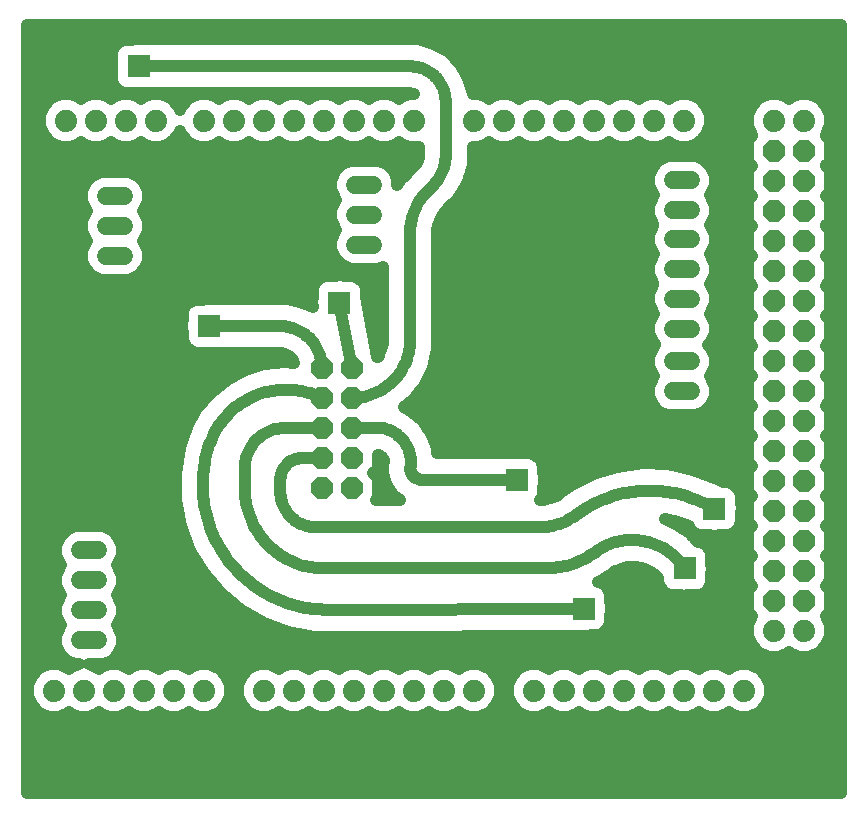
<source format=gtl>
G75*
%MOIN*%
%OFA0B0*%
%FSLAX24Y24*%
%IPPOS*%
%LPD*%
%AMOC8*
5,1,8,0,0,1.08239X$1,22.5*
%
%ADD10C,0.0600*%
%ADD11OC8,0.0720*%
%ADD12C,0.0740*%
%ADD13OC8,0.0740*%
%ADD14R,0.0760X0.0760*%
%ADD15C,0.0400*%
D10*
X010815Y006363D02*
X011415Y006363D01*
X011415Y007363D02*
X010815Y007363D01*
X010815Y008363D02*
X011415Y008363D01*
X011415Y009363D02*
X010815Y009363D01*
X011677Y019182D02*
X012277Y019182D01*
X012277Y020182D02*
X011677Y020182D01*
X011677Y021182D02*
X012277Y021182D01*
X019988Y021556D02*
X020588Y021556D01*
X020588Y020556D02*
X019988Y020556D01*
X019988Y019556D02*
X020588Y019556D01*
X030575Y019729D02*
X031175Y019729D01*
X031175Y020698D02*
X030575Y020698D01*
X030575Y021698D02*
X031175Y021698D01*
X031175Y018729D02*
X030575Y018729D01*
X030575Y017761D02*
X031175Y017761D01*
X031175Y016761D02*
X030575Y016761D01*
X030575Y015666D02*
X031175Y015666D01*
X031175Y014666D02*
X030575Y014666D01*
D11*
X019875Y014444D03*
X019875Y015444D03*
X018875Y015444D03*
X018875Y014444D03*
X018875Y013444D03*
X019875Y013444D03*
X019875Y012444D03*
X018875Y012444D03*
X018875Y011444D03*
X019875Y011444D03*
D12*
X019938Y004694D03*
X020938Y004694D03*
X021938Y004694D03*
X022938Y004694D03*
X023938Y004694D03*
X025938Y004694D03*
X026938Y004694D03*
X027938Y004694D03*
X028938Y004694D03*
X029938Y004694D03*
X030938Y004694D03*
X031938Y004694D03*
X032938Y004694D03*
X033938Y006694D03*
X034938Y006694D03*
X018938Y004694D03*
X017938Y004694D03*
X016938Y004694D03*
X014938Y004694D03*
X013938Y004694D03*
X012938Y004694D03*
X011938Y004694D03*
X010938Y004694D03*
X009938Y004694D03*
X010338Y023694D03*
X011338Y023694D03*
X012338Y023694D03*
X013338Y023694D03*
X014938Y023694D03*
X015938Y023694D03*
X016938Y023694D03*
X017938Y023694D03*
X018938Y023694D03*
X019938Y023694D03*
X020938Y023694D03*
X021938Y023694D03*
X023938Y023694D03*
X024938Y023694D03*
X025938Y023694D03*
X026938Y023694D03*
X027938Y023694D03*
X028938Y023694D03*
X029938Y023694D03*
X030938Y023694D03*
X033938Y023694D03*
X034938Y023694D03*
D13*
X034938Y022694D03*
X033938Y022694D03*
X033938Y021694D03*
X034938Y021694D03*
X034938Y020694D03*
X033938Y020694D03*
X033938Y019694D03*
X034938Y019694D03*
X034938Y018694D03*
X033938Y018694D03*
X033938Y017694D03*
X034938Y017694D03*
X034938Y016694D03*
X033938Y016694D03*
X033938Y015694D03*
X034938Y015694D03*
X034938Y014694D03*
X033938Y014694D03*
X033938Y013694D03*
X034938Y013694D03*
X034938Y012694D03*
X033938Y012694D03*
X033938Y011694D03*
X034938Y011694D03*
X034938Y010694D03*
X033938Y010694D03*
X033938Y009694D03*
X034938Y009694D03*
X034938Y008694D03*
X033938Y008694D03*
X033938Y007694D03*
X034938Y007694D03*
D14*
X030966Y008765D03*
X031950Y010749D03*
X027607Y007426D03*
X025363Y011717D03*
X019458Y017623D03*
X015127Y016835D03*
X012765Y025497D03*
D15*
X009034Y026865D02*
X009034Y001294D01*
X036181Y001294D01*
X036181Y026865D01*
X009034Y026865D01*
X009034Y026596D02*
X036181Y026596D01*
X036181Y026198D02*
X022722Y026198D01*
X022623Y026255D02*
X022623Y026255D01*
X022094Y026397D01*
X012586Y026397D01*
X012537Y026377D01*
X012285Y026377D01*
X012102Y026301D01*
X011961Y026160D01*
X011885Y025976D01*
X011885Y025724D01*
X011865Y025676D01*
X011865Y025318D01*
X011885Y025270D01*
X011885Y025017D01*
X011961Y024834D01*
X012102Y024693D01*
X012285Y024617D01*
X012537Y024617D01*
X012586Y024597D01*
X021820Y024597D01*
X021857Y024594D01*
X021927Y024575D01*
X021948Y024564D01*
X021765Y024564D01*
X021445Y024431D01*
X021438Y024424D01*
X021431Y024431D01*
X021111Y024564D01*
X020765Y024564D01*
X020445Y024431D01*
X020438Y024424D01*
X020431Y024431D01*
X020111Y024564D01*
X019765Y024564D01*
X019445Y024431D01*
X019438Y024424D01*
X019431Y024431D01*
X019111Y024564D01*
X018765Y024564D01*
X018445Y024431D01*
X018438Y024424D01*
X018431Y024431D01*
X018111Y024564D01*
X017765Y024564D01*
X017445Y024431D01*
X017438Y024424D01*
X017431Y024431D01*
X017111Y024564D01*
X016765Y024564D01*
X016445Y024431D01*
X016438Y024424D01*
X016431Y024431D01*
X016111Y024564D01*
X015765Y024564D01*
X015445Y024431D01*
X015438Y024424D01*
X015431Y024431D01*
X015111Y024564D01*
X014765Y024564D01*
X014445Y024431D01*
X014200Y024187D01*
X014138Y024036D01*
X014076Y024187D01*
X013831Y024431D01*
X013511Y024564D01*
X013165Y024564D01*
X012845Y024431D01*
X012838Y024424D01*
X012831Y024431D01*
X012511Y024564D01*
X012165Y024564D01*
X011845Y024431D01*
X011838Y024424D01*
X011831Y024431D01*
X011511Y024564D01*
X011165Y024564D01*
X010845Y024431D01*
X010838Y024424D01*
X010831Y024431D01*
X010511Y024564D01*
X010165Y024564D01*
X009845Y024431D01*
X009600Y024187D01*
X009468Y023867D01*
X009468Y023521D01*
X009600Y023201D01*
X009845Y022956D01*
X010165Y022824D01*
X010511Y022824D01*
X010831Y022956D01*
X010838Y022963D01*
X010845Y022956D01*
X011165Y022824D01*
X011511Y022824D01*
X011831Y022956D01*
X011838Y022963D01*
X011845Y022956D01*
X012165Y022824D01*
X012511Y022824D01*
X012831Y022956D01*
X012838Y022963D01*
X012845Y022956D01*
X013165Y022824D01*
X013511Y022824D01*
X013831Y022956D01*
X014076Y023201D01*
X014138Y023352D01*
X014200Y023201D01*
X014445Y022956D01*
X014765Y022824D01*
X015111Y022824D01*
X015431Y022956D01*
X015438Y022963D01*
X015445Y022956D01*
X015765Y022824D01*
X016111Y022824D01*
X016431Y022956D01*
X016438Y022963D01*
X016445Y022956D01*
X016765Y022824D01*
X017111Y022824D01*
X017431Y022956D01*
X017438Y022963D01*
X017445Y022956D01*
X017765Y022824D01*
X018111Y022824D01*
X018431Y022956D01*
X018438Y022963D01*
X018445Y022956D01*
X018765Y022824D01*
X019111Y022824D01*
X019431Y022956D01*
X019438Y022963D01*
X019445Y022956D01*
X019765Y022824D01*
X020111Y022824D01*
X020431Y022956D01*
X020438Y022963D01*
X020445Y022956D01*
X020765Y022824D01*
X021111Y022824D01*
X021431Y022956D01*
X021438Y022963D01*
X021445Y022956D01*
X021765Y022824D01*
X022101Y022824D01*
X022101Y022510D01*
X022097Y022452D01*
X022067Y022340D01*
X022009Y022240D01*
X021971Y022196D01*
X021883Y022108D01*
X021844Y022070D01*
X021633Y021859D01*
X021560Y021786D01*
X021388Y021528D01*
X021388Y021715D01*
X021267Y022009D01*
X021042Y022234D01*
X020748Y022356D01*
X019829Y022356D01*
X019535Y022234D01*
X019310Y022009D01*
X019188Y021715D01*
X019188Y021397D01*
X019310Y021103D01*
X019357Y021056D01*
X019310Y021009D01*
X019188Y020715D01*
X019188Y020397D01*
X019310Y020103D01*
X019357Y020056D01*
X019310Y020009D01*
X019188Y019715D01*
X019188Y019397D01*
X019310Y019103D01*
X019535Y018878D01*
X019829Y018756D01*
X020748Y018756D01*
X020920Y018827D01*
X020920Y016389D01*
X020913Y016272D01*
X020861Y016043D01*
X020760Y015833D01*
X020734Y015801D01*
X020720Y015815D01*
X020338Y017813D01*
X020338Y018102D01*
X020262Y018286D01*
X020121Y018427D01*
X019937Y018503D01*
X019646Y018503D01*
X019464Y018540D01*
X019268Y018503D01*
X018978Y018503D01*
X018794Y018427D01*
X018654Y018286D01*
X018578Y018102D01*
X018578Y017812D01*
X018540Y017629D01*
X018571Y017465D01*
X018249Y017621D01*
X017747Y017735D01*
X014948Y017735D01*
X014900Y017715D01*
X014648Y017715D01*
X014464Y017639D01*
X014323Y017499D01*
X014247Y017315D01*
X014247Y017063D01*
X014227Y017014D01*
X014227Y016656D01*
X014247Y016608D01*
X014247Y016356D01*
X014323Y016172D01*
X014464Y016032D01*
X014648Y015955D01*
X014900Y015955D01*
X014948Y015935D01*
X017489Y015935D01*
X017544Y015932D01*
X017650Y015908D01*
X017748Y015861D01*
X017833Y015793D01*
X017901Y015708D01*
X017947Y015613D01*
X017632Y015638D01*
X017632Y015638D01*
X016954Y015565D01*
X016302Y015366D01*
X015700Y015048D01*
X015700Y015048D01*
X015167Y014622D01*
X014724Y014104D01*
X014386Y013513D01*
X014386Y013513D01*
X014334Y013360D01*
X014334Y013360D01*
X014308Y013285D01*
X014276Y013190D01*
X014218Y013021D01*
X014133Y012776D01*
X013996Y011909D01*
X014009Y011032D01*
X014173Y010171D01*
X014483Y009350D01*
X014929Y008595D01*
X015499Y007928D01*
X016175Y007369D01*
X016936Y006935D01*
X016936Y006935D01*
X017761Y006637D01*
X017761Y006637D01*
X018625Y006487D01*
X018887Y006487D01*
X018889Y006486D01*
X019066Y006487D01*
X019243Y006487D01*
X019245Y006487D01*
X027790Y006527D01*
X027836Y006546D01*
X028087Y006546D01*
X028271Y006622D01*
X028411Y006763D01*
X028487Y006947D01*
X028487Y007200D01*
X028508Y007251D01*
X028506Y007609D01*
X028487Y007655D01*
X028487Y007905D01*
X028411Y008089D01*
X028271Y008230D01*
X028087Y008306D01*
X028081Y008306D01*
X028290Y008413D01*
X028290Y008413D01*
X028386Y008483D01*
X028386Y008483D01*
X028483Y008554D01*
X028531Y008588D01*
X028631Y008654D01*
X028848Y008752D01*
X029081Y008805D01*
X029319Y008810D01*
X029554Y008766D01*
X029774Y008676D01*
X029973Y008543D01*
X030086Y008428D01*
X030086Y008285D01*
X030162Y008101D01*
X030302Y007961D01*
X030486Y007885D01*
X030777Y007885D01*
X030951Y007847D01*
X031157Y007885D01*
X031445Y007885D01*
X031629Y007961D01*
X031769Y008101D01*
X031846Y008285D01*
X031846Y008576D01*
X031883Y008750D01*
X031846Y008956D01*
X031846Y009244D01*
X031769Y009428D01*
X031629Y009568D01*
X031445Y009645D01*
X031422Y009645D01*
X031131Y009941D01*
X030627Y010279D01*
X030306Y010410D01*
X030731Y010319D01*
X031112Y010166D01*
X031146Y010086D01*
X031287Y009945D01*
X031470Y009869D01*
X031753Y009869D01*
X031984Y009832D01*
X032139Y009869D01*
X032429Y009869D01*
X032613Y009945D01*
X032754Y010086D01*
X032830Y010269D01*
X032830Y010552D01*
X032867Y010783D01*
X032830Y010938D01*
X032830Y011228D01*
X032754Y011412D01*
X032613Y011553D01*
X032429Y011629D01*
X032237Y011629D01*
X032056Y011740D01*
X031261Y012058D01*
X031261Y012058D01*
X030422Y012237D01*
X029566Y012271D01*
X029566Y012271D01*
X028716Y012159D01*
X028716Y012159D01*
X027898Y011904D01*
X027135Y011513D01*
X026935Y011364D01*
X026935Y011364D01*
X026792Y011256D01*
X026697Y011193D01*
X026488Y011097D01*
X026265Y011049D01*
X026156Y011043D01*
X026167Y011054D01*
X026243Y011238D01*
X026243Y011490D01*
X026263Y011538D01*
X026263Y011896D01*
X026243Y011945D01*
X026243Y012197D01*
X026167Y012381D01*
X026026Y012521D01*
X025843Y012597D01*
X025590Y012597D01*
X025542Y012617D01*
X022717Y012617D01*
X022704Y012762D01*
X022518Y013269D01*
X022518Y013269D01*
X022206Y013711D01*
X021791Y014057D01*
X021616Y014138D01*
X021899Y014364D01*
X021899Y014364D01*
X022299Y014865D01*
X022577Y015443D01*
X022720Y016068D01*
X022720Y019957D01*
X022725Y020062D01*
X022766Y020267D01*
X022846Y020461D01*
X022962Y020635D01*
X023033Y020713D01*
X023117Y020797D01*
X023156Y020835D01*
X023370Y021050D01*
X023453Y021132D01*
X023748Y021644D01*
X023748Y021644D01*
X023901Y022215D01*
X023901Y022824D01*
X024111Y022824D01*
X024431Y022956D01*
X024438Y022963D01*
X024445Y022956D01*
X024765Y022824D01*
X025111Y022824D01*
X025431Y022956D01*
X025438Y022963D01*
X025445Y022956D01*
X025765Y022824D01*
X026111Y022824D01*
X026431Y022956D01*
X026438Y022963D01*
X026445Y022956D01*
X026765Y022824D01*
X027111Y022824D01*
X027431Y022956D01*
X027438Y022963D01*
X027445Y022956D01*
X027765Y022824D01*
X028111Y022824D01*
X028431Y022956D01*
X028438Y022963D01*
X028445Y022956D01*
X028765Y022824D01*
X029111Y022824D01*
X029431Y022956D01*
X029438Y022963D01*
X029445Y022956D01*
X029765Y022824D01*
X030111Y022824D01*
X030431Y022956D01*
X030438Y022963D01*
X030445Y022956D01*
X030765Y022824D01*
X031111Y022824D01*
X031431Y022956D01*
X031676Y023201D01*
X031808Y023521D01*
X031808Y023867D01*
X031676Y024187D01*
X031431Y024431D01*
X031111Y024564D01*
X030765Y024564D01*
X030445Y024431D01*
X030438Y024424D01*
X030431Y024431D01*
X030111Y024564D01*
X029765Y024564D01*
X029445Y024431D01*
X029438Y024424D01*
X029431Y024431D01*
X029111Y024564D01*
X028765Y024564D01*
X028445Y024431D01*
X028438Y024424D01*
X028431Y024431D01*
X028111Y024564D01*
X027765Y024564D01*
X027445Y024431D01*
X027438Y024424D01*
X027431Y024431D01*
X027111Y024564D01*
X026765Y024564D01*
X026445Y024431D01*
X026438Y024424D01*
X026431Y024431D01*
X026111Y024564D01*
X025765Y024564D01*
X025445Y024431D01*
X025438Y024424D01*
X025431Y024431D01*
X025111Y024564D01*
X024765Y024564D01*
X024445Y024431D01*
X024438Y024424D01*
X024431Y024431D01*
X024111Y024564D01*
X023901Y024564D01*
X023901Y024590D01*
X023759Y025119D01*
X023485Y025594D01*
X023098Y025981D01*
X023098Y025981D01*
X022623Y026255D01*
X023280Y025799D02*
X036181Y025799D01*
X036181Y025401D02*
X023597Y025401D01*
X023485Y025594D02*
X023485Y025594D01*
X023759Y025119D02*
X023759Y025119D01*
X023790Y025002D02*
X036181Y025002D01*
X036181Y024604D02*
X023897Y024604D01*
X023001Y024316D02*
X023001Y022510D01*
X023901Y022611D02*
X033068Y022611D01*
X033068Y022333D02*
X033208Y022194D01*
X033068Y022054D01*
X033068Y021333D01*
X033208Y021194D01*
X033068Y021054D01*
X033068Y020333D01*
X033208Y020194D01*
X033068Y020054D01*
X033068Y019333D01*
X033208Y019194D01*
X033068Y019054D01*
X033068Y018333D01*
X033208Y018194D01*
X033068Y018054D01*
X033068Y017333D01*
X033208Y017194D01*
X033068Y017054D01*
X033068Y016333D01*
X033208Y016194D01*
X033068Y016054D01*
X033068Y015333D01*
X033208Y015194D01*
X033068Y015054D01*
X033068Y014333D01*
X033208Y014194D01*
X033068Y014054D01*
X033068Y013333D01*
X033208Y013194D01*
X033068Y013054D01*
X033068Y012333D01*
X033208Y012194D01*
X033068Y012054D01*
X033068Y011333D01*
X033208Y011194D01*
X033068Y011054D01*
X033068Y010333D01*
X033208Y010194D01*
X033068Y010054D01*
X033068Y009333D01*
X033208Y009194D01*
X033068Y009054D01*
X033068Y008333D01*
X033208Y008194D01*
X033068Y008054D01*
X033068Y007333D01*
X033208Y007194D01*
X033200Y007187D01*
X033068Y006867D01*
X033068Y006521D01*
X033200Y006201D01*
X033445Y005956D01*
X033765Y005824D01*
X034111Y005824D01*
X034431Y005956D01*
X034438Y005963D01*
X034445Y005956D01*
X034765Y005824D01*
X035111Y005824D01*
X035431Y005956D01*
X035676Y006201D01*
X035808Y006521D01*
X035808Y006867D01*
X035676Y007187D01*
X035668Y007194D01*
X035808Y007333D01*
X035808Y008054D01*
X035668Y008194D01*
X035808Y008333D01*
X035808Y009054D01*
X035668Y009194D01*
X035808Y009333D01*
X035808Y010054D01*
X035668Y010194D01*
X035808Y010333D01*
X035808Y011054D01*
X035668Y011194D01*
X035808Y011333D01*
X035808Y012054D01*
X035668Y012194D01*
X035808Y012333D01*
X035808Y013054D01*
X035668Y013194D01*
X035808Y013333D01*
X035808Y014054D01*
X035668Y014194D01*
X035808Y014333D01*
X035808Y015054D01*
X035668Y015194D01*
X035808Y015333D01*
X035808Y016054D01*
X035668Y016194D01*
X035808Y016333D01*
X035808Y017054D01*
X035668Y017194D01*
X035808Y017333D01*
X035808Y018054D01*
X035668Y018194D01*
X035808Y018333D01*
X035808Y019054D01*
X035668Y019194D01*
X035808Y019333D01*
X035808Y020054D01*
X035668Y020194D01*
X035808Y020333D01*
X035808Y021054D01*
X035668Y021194D01*
X035808Y021333D01*
X035808Y022054D01*
X035668Y022194D01*
X035808Y022333D01*
X035808Y023054D01*
X035668Y023194D01*
X035676Y023201D01*
X035808Y023521D01*
X035808Y023867D01*
X035676Y024187D01*
X035431Y024431D01*
X035111Y024564D01*
X034765Y024564D01*
X034445Y024431D01*
X034438Y024424D01*
X034431Y024431D01*
X034111Y024564D01*
X033765Y024564D01*
X033445Y024431D01*
X033200Y024187D01*
X033068Y023867D01*
X033068Y023521D01*
X033200Y023201D01*
X033208Y023194D01*
X033068Y023054D01*
X033068Y022333D01*
X033189Y022213D02*
X031791Y022213D01*
X031853Y022151D02*
X031628Y022376D01*
X031334Y022498D01*
X030416Y022498D01*
X030122Y022376D01*
X029897Y022151D01*
X029775Y021857D01*
X029775Y021539D01*
X029897Y021244D01*
X029944Y021198D01*
X029897Y021151D01*
X029775Y020857D01*
X029775Y020539D01*
X029897Y020244D01*
X029928Y020213D01*
X029897Y020182D01*
X029775Y019888D01*
X029775Y019570D01*
X029897Y019276D01*
X029944Y019229D01*
X029897Y019182D01*
X029775Y018888D01*
X029775Y018570D01*
X029897Y018276D01*
X029928Y018245D01*
X029897Y018214D01*
X029775Y017920D01*
X029775Y017601D01*
X029897Y017307D01*
X029944Y017261D01*
X029897Y017214D01*
X029775Y016920D01*
X029775Y016601D01*
X029897Y016307D01*
X029991Y016213D01*
X029897Y016119D01*
X029775Y015825D01*
X029775Y015507D01*
X029897Y015213D01*
X029944Y015166D01*
X029897Y015119D01*
X029775Y014825D01*
X029775Y014507D01*
X029897Y014213D01*
X030122Y013988D01*
X030416Y013866D01*
X031334Y013866D01*
X031628Y013988D01*
X031853Y014213D01*
X031975Y014507D01*
X031975Y014825D01*
X031853Y015119D01*
X031806Y015166D01*
X031853Y015213D01*
X031975Y015507D01*
X031975Y015825D01*
X031853Y016119D01*
X031759Y016213D01*
X031853Y016307D01*
X031975Y016601D01*
X031975Y016920D01*
X031853Y017214D01*
X031806Y017261D01*
X031853Y017307D01*
X031975Y017601D01*
X031975Y017920D01*
X031853Y018214D01*
X031822Y018245D01*
X031853Y018276D01*
X031975Y018570D01*
X031975Y018888D01*
X031853Y019182D01*
X031806Y019229D01*
X031853Y019276D01*
X031975Y019570D01*
X031975Y019888D01*
X031853Y020182D01*
X031822Y020213D01*
X031853Y020244D01*
X031975Y020539D01*
X031975Y020857D01*
X031853Y021151D01*
X031806Y021198D01*
X031853Y021244D01*
X031975Y021539D01*
X031975Y021857D01*
X031853Y022151D01*
X031975Y021814D02*
X033068Y021814D01*
X033068Y021416D02*
X031924Y021416D01*
X031909Y021017D02*
X033068Y021017D01*
X033068Y020619D02*
X031975Y020619D01*
X031829Y020220D02*
X033181Y020220D01*
X033068Y019822D02*
X031975Y019822D01*
X031914Y019423D02*
X033068Y019423D01*
X033068Y019025D02*
X031918Y019025D01*
X031975Y018626D02*
X033068Y018626D01*
X033174Y018228D02*
X031839Y018228D01*
X031975Y017829D02*
X033068Y017829D01*
X033068Y017431D02*
X031904Y017431D01*
X031928Y017032D02*
X033068Y017032D01*
X033068Y016634D02*
X031975Y016634D01*
X031781Y016235D02*
X033166Y016235D01*
X033068Y015837D02*
X031970Y015837D01*
X031946Y015438D02*
X033068Y015438D01*
X033068Y015040D02*
X031886Y015040D01*
X031975Y014641D02*
X033068Y014641D01*
X033159Y014243D02*
X031866Y014243D01*
X033068Y013844D02*
X022047Y013844D01*
X022206Y013711D02*
X022206Y013711D01*
X022393Y013446D02*
X033068Y013446D01*
X033068Y013047D02*
X022599Y013047D01*
X022704Y012762D02*
X022704Y012762D01*
X022714Y012649D02*
X033068Y012649D01*
X033151Y012250D02*
X030093Y012250D01*
X030422Y012237D02*
X030422Y012237D01*
X029409Y012250D02*
X026221Y012250D01*
X027332Y010536D02*
X027264Y010487D01*
X027193Y010440D01*
X027120Y010397D01*
X027046Y010357D01*
X026970Y010320D01*
X026892Y010287D01*
X026814Y010257D01*
X026733Y010230D01*
X026652Y010207D01*
X026570Y010187D01*
X026487Y010171D01*
X026404Y010158D01*
X026320Y010149D01*
X026235Y010144D01*
X026151Y010142D01*
X026151Y010143D02*
X018670Y010143D01*
X018604Y010145D01*
X018538Y010150D01*
X018472Y010160D01*
X018407Y010173D01*
X018343Y010189D01*
X018280Y010209D01*
X018218Y010233D01*
X018158Y010260D01*
X018099Y010290D01*
X018042Y010324D01*
X017987Y010361D01*
X017934Y010401D01*
X017883Y010443D01*
X017835Y010489D01*
X017789Y010537D01*
X017747Y010588D01*
X017707Y010641D01*
X017670Y010696D01*
X017636Y010753D01*
X017606Y010812D01*
X017579Y010872D01*
X017555Y010934D01*
X017535Y010997D01*
X017519Y011061D01*
X017506Y011126D01*
X017496Y011192D01*
X017491Y011258D01*
X017489Y011324D01*
X017489Y011717D01*
X015127Y012898D02*
X015162Y012994D01*
X015200Y013088D01*
X015242Y013181D01*
X015288Y013272D01*
X015336Y013362D01*
X015389Y013449D01*
X015444Y013535D01*
X015503Y013618D01*
X015565Y013699D01*
X015629Y013778D01*
X015697Y013854D01*
X015768Y013928D01*
X015841Y013998D01*
X015917Y014066D01*
X015995Y014131D01*
X016076Y014194D01*
X016159Y014253D01*
X016244Y014308D01*
X016331Y014361D01*
X016421Y014410D01*
X016512Y014456D01*
X016604Y014498D01*
X016699Y014537D01*
X016794Y014572D01*
X016891Y014604D01*
X016989Y014632D01*
X017088Y014656D01*
X017188Y014677D01*
X017288Y014693D01*
X017389Y014706D01*
X017491Y014715D01*
X017593Y014721D01*
X017694Y014722D01*
X017796Y014719D01*
X017898Y014713D01*
X017999Y014703D01*
X018100Y014689D01*
X018201Y014671D01*
X018300Y014650D01*
X018399Y014624D01*
X018497Y014596D01*
X018593Y014563D01*
X018688Y014527D01*
X018782Y014487D01*
X018874Y014443D01*
X018875Y015444D02*
X018875Y015450D01*
X019875Y015444D02*
X019458Y017623D01*
X018578Y017829D02*
X009034Y017829D01*
X009034Y018228D02*
X018630Y018228D01*
X018249Y017621D02*
X018249Y017621D01*
X017489Y016835D02*
X015127Y016835D01*
X014295Y017431D02*
X009034Y017431D01*
X009034Y017032D02*
X014234Y017032D01*
X014236Y016634D02*
X009034Y016634D01*
X009034Y016235D02*
X014297Y016235D01*
X015690Y015040D02*
X009034Y015040D01*
X009034Y015438D02*
X016540Y015438D01*
X016302Y015366D02*
X016302Y015366D01*
X016954Y015565D02*
X016954Y015565D01*
X017489Y016836D02*
X017562Y016834D01*
X017634Y016828D01*
X017706Y016819D01*
X017777Y016806D01*
X017848Y016789D01*
X017917Y016768D01*
X017986Y016744D01*
X018053Y016716D01*
X018118Y016685D01*
X018182Y016650D01*
X018244Y016612D01*
X018304Y016571D01*
X018361Y016527D01*
X018416Y016480D01*
X018469Y016430D01*
X018519Y016377D01*
X018566Y016322D01*
X018610Y016265D01*
X018651Y016205D01*
X018689Y016143D01*
X018724Y016079D01*
X018755Y016014D01*
X018783Y015947D01*
X018807Y015878D01*
X018828Y015809D01*
X018845Y015738D01*
X018858Y015667D01*
X018867Y015595D01*
X018873Y015523D01*
X018875Y015450D01*
X017778Y015837D02*
X009034Y015837D01*
X009034Y014641D02*
X015191Y014641D01*
X015167Y014622D02*
X015167Y014622D01*
X015167Y014622D01*
X014843Y014243D02*
X009034Y014243D01*
X009034Y013844D02*
X014576Y013844D01*
X014724Y014104D02*
X014724Y014104D01*
X014363Y013446D02*
X009034Y013446D01*
X009034Y013047D02*
X014227Y013047D01*
X014133Y012776D02*
X014133Y012776D01*
X014113Y012649D02*
X009034Y012649D01*
X009034Y012250D02*
X014050Y012250D01*
X013996Y011909D02*
X013996Y011909D01*
X013997Y011852D02*
X009034Y011852D01*
X009034Y011453D02*
X014003Y011453D01*
X014009Y011055D02*
X009034Y011055D01*
X009034Y010656D02*
X014081Y010656D01*
X014157Y010258D02*
X009034Y010258D01*
X009034Y009859D02*
X010180Y009859D01*
X010137Y009816D02*
X010362Y010041D01*
X010656Y010163D01*
X011574Y010163D01*
X011868Y010041D01*
X012093Y009816D01*
X012215Y009522D01*
X012215Y009204D01*
X012093Y008910D01*
X012047Y008863D01*
X012093Y008816D01*
X012215Y008522D01*
X012215Y008204D01*
X012093Y007910D01*
X012047Y007863D01*
X012093Y007816D01*
X012215Y007522D01*
X012215Y007204D01*
X012093Y006910D01*
X012047Y006863D01*
X012093Y006816D01*
X012215Y006522D01*
X012215Y006204D01*
X012093Y005910D01*
X011868Y005685D01*
X011574Y005563D01*
X011113Y005563D01*
X011431Y005431D01*
X011438Y005424D01*
X011445Y005431D01*
X011765Y005564D01*
X012111Y005564D01*
X012431Y005431D01*
X012438Y005424D01*
X012445Y005431D01*
X012765Y005564D01*
X013111Y005564D01*
X013431Y005431D01*
X013438Y005424D01*
X013445Y005431D01*
X013765Y005564D01*
X014111Y005564D01*
X014431Y005431D01*
X014438Y005424D01*
X014445Y005431D01*
X014765Y005564D01*
X015111Y005564D01*
X015431Y005431D01*
X015676Y005187D01*
X015808Y004867D01*
X015808Y004521D01*
X015676Y004201D01*
X015431Y003956D01*
X015111Y003824D01*
X014765Y003824D01*
X014445Y003956D01*
X014438Y003963D01*
X014431Y003956D01*
X014111Y003824D01*
X013765Y003824D01*
X013445Y003956D01*
X013438Y003963D01*
X013431Y003956D01*
X013111Y003824D01*
X012765Y003824D01*
X012445Y003956D01*
X012438Y003963D01*
X012431Y003956D01*
X012111Y003824D01*
X011765Y003824D01*
X011445Y003956D01*
X011438Y003963D01*
X011431Y003956D01*
X011111Y003824D01*
X010765Y003824D01*
X010445Y003956D01*
X010438Y003963D01*
X010431Y003956D01*
X010111Y003824D01*
X009765Y003824D01*
X009445Y003956D01*
X009200Y004201D01*
X009068Y004521D01*
X009068Y004867D01*
X009200Y005187D01*
X009445Y005431D01*
X009765Y005564D01*
X010111Y005564D01*
X010431Y005431D01*
X010438Y005424D01*
X010445Y005431D01*
X010763Y005563D01*
X010656Y005563D01*
X010362Y005685D01*
X010137Y005910D01*
X010015Y006204D01*
X010015Y006522D01*
X010137Y006816D01*
X010184Y006863D01*
X010137Y006910D01*
X010015Y007204D01*
X010015Y007522D01*
X010137Y007816D01*
X010184Y007863D01*
X010137Y007910D01*
X010015Y008204D01*
X010015Y008522D01*
X010137Y008816D01*
X010184Y008863D01*
X010137Y008910D01*
X010015Y009204D01*
X010015Y009522D01*
X010137Y009816D01*
X010015Y009461D02*
X009034Y009461D01*
X009034Y009062D02*
X010074Y009062D01*
X010074Y008664D02*
X009034Y008664D01*
X009034Y008265D02*
X010015Y008265D01*
X010180Y007867D02*
X009034Y007867D01*
X009034Y007468D02*
X010015Y007468D01*
X010071Y007070D02*
X009034Y007070D01*
X009034Y006671D02*
X010077Y006671D01*
X010015Y006273D02*
X009034Y006273D01*
X009034Y005874D02*
X010173Y005874D01*
X010323Y005476D02*
X010552Y005476D01*
X011323Y005476D02*
X011552Y005476D01*
X012058Y005874D02*
X033643Y005874D01*
X033431Y005431D02*
X033111Y005564D01*
X032765Y005564D01*
X032445Y005431D01*
X032438Y005424D01*
X032431Y005431D01*
X032111Y005564D01*
X031765Y005564D01*
X031445Y005431D01*
X031438Y005424D01*
X031431Y005431D01*
X031111Y005564D01*
X030765Y005564D01*
X030445Y005431D01*
X030438Y005424D01*
X030431Y005431D01*
X030111Y005564D01*
X029765Y005564D01*
X029445Y005431D01*
X029438Y005424D01*
X029431Y005431D01*
X029111Y005564D01*
X028765Y005564D01*
X028445Y005431D01*
X028438Y005424D01*
X028431Y005431D01*
X028111Y005564D01*
X027765Y005564D01*
X027445Y005431D01*
X027438Y005424D01*
X027431Y005431D01*
X027111Y005564D01*
X026765Y005564D01*
X026445Y005431D01*
X026438Y005424D01*
X026431Y005431D01*
X026111Y005564D01*
X025765Y005564D01*
X025445Y005431D01*
X025200Y005187D01*
X025068Y004867D01*
X025068Y004521D01*
X025200Y004201D01*
X025445Y003956D01*
X025765Y003824D01*
X026111Y003824D01*
X026431Y003956D01*
X026438Y003963D01*
X026445Y003956D01*
X026765Y003824D01*
X027111Y003824D01*
X027431Y003956D01*
X027438Y003963D01*
X027445Y003956D01*
X027765Y003824D01*
X028111Y003824D01*
X028431Y003956D01*
X028438Y003963D01*
X028445Y003956D01*
X028765Y003824D01*
X029111Y003824D01*
X029431Y003956D01*
X029438Y003963D01*
X029445Y003956D01*
X029765Y003824D01*
X030111Y003824D01*
X030431Y003956D01*
X030438Y003963D01*
X030445Y003956D01*
X030765Y003824D01*
X031111Y003824D01*
X031431Y003956D01*
X031438Y003963D01*
X031445Y003956D01*
X031765Y003824D01*
X032111Y003824D01*
X032431Y003956D01*
X032438Y003963D01*
X032445Y003956D01*
X032765Y003824D01*
X033111Y003824D01*
X033431Y003956D01*
X033676Y004201D01*
X033808Y004521D01*
X033808Y004867D01*
X033676Y005187D01*
X033431Y005431D01*
X033323Y005476D02*
X036181Y005476D01*
X036181Y005874D02*
X035233Y005874D01*
X034643Y005874D02*
X034233Y005874D01*
X033721Y005077D02*
X036181Y005077D01*
X036181Y004679D02*
X033808Y004679D01*
X033708Y004280D02*
X036181Y004280D01*
X036181Y003882D02*
X033251Y003882D01*
X032625Y003882D02*
X032251Y003882D01*
X031625Y003882D02*
X031251Y003882D01*
X030625Y003882D02*
X030251Y003882D01*
X029625Y003882D02*
X029251Y003882D01*
X028625Y003882D02*
X028251Y003882D01*
X027625Y003882D02*
X027251Y003882D01*
X026625Y003882D02*
X026251Y003882D01*
X025625Y003882D02*
X024251Y003882D01*
X024111Y003824D02*
X024431Y003956D01*
X024676Y004201D01*
X024808Y004521D01*
X024808Y004867D01*
X024676Y005187D01*
X024431Y005431D01*
X024111Y005564D01*
X023765Y005564D01*
X023445Y005431D01*
X023438Y005424D01*
X023431Y005431D01*
X023111Y005564D01*
X022765Y005564D01*
X022445Y005431D01*
X022438Y005424D01*
X022431Y005431D01*
X022111Y005564D01*
X021765Y005564D01*
X021445Y005431D01*
X021438Y005424D01*
X021431Y005431D01*
X021111Y005564D01*
X020765Y005564D01*
X020445Y005431D01*
X020438Y005424D01*
X020431Y005431D01*
X020111Y005564D01*
X019765Y005564D01*
X019445Y005431D01*
X019438Y005424D01*
X019431Y005431D01*
X019111Y005564D01*
X018765Y005564D01*
X018445Y005431D01*
X018438Y005424D01*
X018431Y005431D01*
X018111Y005564D01*
X017765Y005564D01*
X017445Y005431D01*
X017438Y005424D01*
X017431Y005431D01*
X017111Y005564D01*
X016765Y005564D01*
X016445Y005431D01*
X016200Y005187D01*
X016068Y004867D01*
X016068Y004521D01*
X016200Y004201D01*
X016445Y003956D01*
X016765Y003824D01*
X017111Y003824D01*
X017431Y003956D01*
X017438Y003963D01*
X017445Y003956D01*
X017765Y003824D01*
X018111Y003824D01*
X018431Y003956D01*
X018438Y003963D01*
X018445Y003956D01*
X018765Y003824D01*
X019111Y003824D01*
X019431Y003956D01*
X019438Y003963D01*
X019445Y003956D01*
X019765Y003824D01*
X020111Y003824D01*
X020431Y003956D01*
X020438Y003963D01*
X020445Y003956D01*
X020765Y003824D01*
X021111Y003824D01*
X021431Y003956D01*
X021438Y003963D01*
X021445Y003956D01*
X021765Y003824D01*
X022111Y003824D01*
X022431Y003956D01*
X022438Y003963D01*
X022445Y003956D01*
X022765Y003824D01*
X023111Y003824D01*
X023431Y003956D01*
X023438Y003963D01*
X023445Y003956D01*
X023765Y003824D01*
X024111Y003824D01*
X023625Y003882D02*
X023251Y003882D01*
X022625Y003882D02*
X022251Y003882D01*
X021625Y003882D02*
X021251Y003882D01*
X020625Y003882D02*
X020251Y003882D01*
X019625Y003882D02*
X019251Y003882D01*
X018625Y003882D02*
X018251Y003882D01*
X017625Y003882D02*
X017251Y003882D01*
X016625Y003882D02*
X015251Y003882D01*
X014625Y003882D02*
X014251Y003882D01*
X013625Y003882D02*
X013251Y003882D01*
X012625Y003882D02*
X012251Y003882D01*
X011625Y003882D02*
X011251Y003882D01*
X010625Y003882D02*
X010251Y003882D01*
X009625Y003882D02*
X009034Y003882D01*
X009034Y003483D02*
X036181Y003483D01*
X036181Y003085D02*
X009034Y003085D01*
X009034Y002686D02*
X036181Y002686D01*
X036181Y002288D02*
X009034Y002288D01*
X009034Y001889D02*
X036181Y001889D01*
X036181Y001491D02*
X009034Y001491D01*
X009034Y004280D02*
X009168Y004280D01*
X009068Y004679D02*
X009034Y004679D01*
X009034Y005077D02*
X009155Y005077D01*
X009034Y005476D02*
X009552Y005476D01*
X012323Y005476D02*
X012552Y005476D01*
X013323Y005476D02*
X013552Y005476D01*
X014323Y005476D02*
X014552Y005476D01*
X015323Y005476D02*
X016552Y005476D01*
X016155Y005077D02*
X015721Y005077D01*
X015808Y004679D02*
X016068Y004679D01*
X016168Y004280D02*
X015708Y004280D01*
X017323Y005476D02*
X017552Y005476D01*
X018323Y005476D02*
X018552Y005476D01*
X019323Y005476D02*
X019552Y005476D01*
X020323Y005476D02*
X020552Y005476D01*
X021323Y005476D02*
X021552Y005476D01*
X022323Y005476D02*
X022552Y005476D01*
X023323Y005476D02*
X023552Y005476D01*
X024323Y005476D02*
X025552Y005476D01*
X025155Y005077D02*
X024721Y005077D01*
X024808Y004679D02*
X025068Y004679D01*
X025168Y004280D02*
X024708Y004280D01*
X026323Y005476D02*
X026552Y005476D01*
X027323Y005476D02*
X027552Y005476D01*
X028323Y005476D02*
X028552Y005476D01*
X029323Y005476D02*
X029552Y005476D01*
X030323Y005476D02*
X030552Y005476D01*
X031323Y005476D02*
X031552Y005476D01*
X032323Y005476D02*
X032552Y005476D01*
X033171Y006273D02*
X012215Y006273D01*
X012153Y006671D02*
X017668Y006671D01*
X016700Y007070D02*
X012160Y007070D01*
X012215Y007468D02*
X016055Y007468D01*
X016175Y007369D02*
X016175Y007369D01*
X015573Y007867D02*
X012050Y007867D01*
X012215Y008265D02*
X015211Y008265D01*
X014929Y008595D02*
X014929Y008595D01*
X014889Y008664D02*
X012157Y008664D01*
X012156Y009062D02*
X014654Y009062D01*
X014483Y009350D02*
X014483Y009350D01*
X014442Y009461D02*
X012215Y009461D01*
X012050Y009859D02*
X014291Y009859D01*
X014173Y010171D02*
X014173Y010171D01*
X014009Y011032D02*
X014009Y011032D01*
X016308Y011324D02*
X016308Y012111D01*
X016310Y012183D01*
X016316Y012255D01*
X016326Y012327D01*
X016339Y012398D01*
X016357Y012468D01*
X016378Y012537D01*
X016403Y012604D01*
X016431Y012671D01*
X016463Y012735D01*
X016499Y012798D01*
X016538Y012859D01*
X016580Y012918D01*
X016625Y012974D01*
X016673Y013028D01*
X016724Y013079D01*
X016778Y013127D01*
X016834Y013172D01*
X016893Y013214D01*
X016954Y013253D01*
X017017Y013289D01*
X017081Y013321D01*
X017148Y013349D01*
X017215Y013374D01*
X017284Y013395D01*
X017354Y013413D01*
X017425Y013426D01*
X017497Y013436D01*
X017569Y013442D01*
X017641Y013444D01*
X018875Y013444D01*
X019875Y013444D02*
X020881Y013444D01*
X020771Y012544D02*
X020819Y012521D01*
X020870Y012479D01*
X020908Y012425D01*
X020931Y012363D01*
X020934Y012325D01*
X020920Y012290D01*
X020920Y012188D01*
X020903Y012088D01*
X020920Y012011D01*
X020920Y011906D01*
X021047Y011516D01*
X021287Y011185D01*
X021287Y011185D01*
X021287Y011185D01*
X021483Y011043D01*
X020690Y011043D01*
X020735Y011087D01*
X020735Y011800D01*
X020591Y011944D01*
X020735Y012087D01*
X020735Y012544D01*
X020771Y012544D01*
X020881Y013444D02*
X020947Y013431D01*
X021011Y013414D01*
X021075Y013393D01*
X021138Y013368D01*
X021198Y013340D01*
X021258Y013308D01*
X021315Y013273D01*
X021370Y013235D01*
X021423Y013193D01*
X021473Y013149D01*
X021520Y013102D01*
X021565Y013052D01*
X021607Y012999D01*
X021645Y012944D01*
X021681Y012887D01*
X021713Y012828D01*
X021741Y012768D01*
X021766Y012706D01*
X021788Y012642D01*
X021805Y012577D01*
X021819Y012512D01*
X021829Y012445D01*
X021835Y012378D01*
X021837Y012311D01*
X021835Y012244D01*
X021830Y012177D01*
X021820Y012111D01*
X021822Y012072D01*
X021828Y012034D01*
X021837Y011997D01*
X021850Y011960D01*
X021867Y011925D01*
X021886Y011892D01*
X021909Y011861D01*
X021935Y011832D01*
X021964Y011806D01*
X021995Y011783D01*
X022028Y011764D01*
X022063Y011747D01*
X022100Y011734D01*
X022137Y011725D01*
X022175Y011719D01*
X022214Y011717D01*
X025363Y011717D01*
X026167Y011055D02*
X026293Y011055D01*
X026243Y011453D02*
X027054Y011453D01*
X028001Y009316D02*
X027913Y009255D01*
X027824Y009197D01*
X027733Y009143D01*
X027639Y009092D01*
X027544Y009044D01*
X027447Y009000D01*
X027348Y008960D01*
X027249Y008923D01*
X027147Y008890D01*
X027045Y008861D01*
X026942Y008836D01*
X026837Y008814D01*
X026732Y008796D01*
X026627Y008783D01*
X026521Y008773D01*
X026414Y008767D01*
X026308Y008765D01*
X019064Y008765D01*
X019064Y007387D02*
X027607Y007426D01*
X028507Y007468D02*
X033068Y007468D01*
X033068Y007867D02*
X031059Y007867D01*
X030860Y007867D02*
X028487Y007867D01*
X028001Y009315D02*
X028074Y009366D01*
X028149Y009414D01*
X028226Y009458D01*
X028305Y009499D01*
X028385Y009536D01*
X028467Y009571D01*
X028551Y009601D01*
X028636Y009628D01*
X028721Y009651D01*
X028808Y009671D01*
X028895Y009687D01*
X028983Y009699D01*
X029072Y009707D01*
X029160Y009712D01*
X029249Y009713D01*
X029338Y009710D01*
X029426Y009703D01*
X029515Y009692D01*
X029602Y009678D01*
X029689Y009660D01*
X029775Y009638D01*
X029860Y009613D01*
X029944Y009584D01*
X030027Y009551D01*
X030108Y009515D01*
X030188Y009475D01*
X030265Y009432D01*
X030341Y009386D01*
X030415Y009337D01*
X030487Y009284D01*
X030556Y009228D01*
X030623Y009170D01*
X030687Y009109D01*
X030749Y009045D01*
X030807Y008978D01*
X030863Y008909D01*
X030916Y008838D01*
X030966Y008764D01*
X031846Y009062D02*
X033076Y009062D01*
X033068Y009461D02*
X031737Y009461D01*
X031813Y009859D02*
X031211Y009859D01*
X031131Y009941D02*
X031131Y009941D01*
X030884Y010258D02*
X030658Y010258D01*
X030627Y010279D02*
X030627Y010279D01*
X032099Y009859D02*
X033068Y009859D01*
X033144Y010258D02*
X032825Y010258D01*
X032846Y010656D02*
X033068Y010656D01*
X033069Y011055D02*
X032830Y011055D01*
X032713Y011453D02*
X033068Y011453D01*
X033068Y011852D02*
X031777Y011852D01*
X032056Y011740D02*
X032056Y011740D01*
X029884Y014243D02*
X021747Y014243D01*
X021791Y014057D02*
X021791Y014057D01*
X022120Y014641D02*
X029775Y014641D01*
X029864Y015040D02*
X022383Y015040D01*
X022299Y014865D02*
X022299Y014865D01*
X022575Y015438D02*
X029803Y015438D01*
X029780Y015837D02*
X022667Y015837D01*
X022720Y016235D02*
X029969Y016235D01*
X029775Y016634D02*
X022720Y016634D01*
X022720Y017032D02*
X029822Y017032D01*
X029846Y017431D02*
X022720Y017431D01*
X022720Y017829D02*
X029775Y017829D01*
X029911Y018228D02*
X022720Y018228D01*
X022720Y018626D02*
X029775Y018626D01*
X029832Y019025D02*
X022720Y019025D01*
X022720Y019423D02*
X029836Y019423D01*
X029775Y019822D02*
X022720Y019822D01*
X022757Y020220D02*
X029921Y020220D01*
X029775Y020619D02*
X022952Y020619D01*
X023337Y021017D02*
X029841Y021017D01*
X029826Y021416D02*
X023616Y021416D01*
X023453Y021132D02*
X023453Y021132D01*
X023794Y021814D02*
X029775Y021814D01*
X029959Y022213D02*
X023900Y022213D01*
X022607Y021560D02*
X022396Y021349D01*
X021633Y021859D02*
X021633Y021859D01*
X021589Y021814D02*
X021347Y021814D01*
X021560Y021786D02*
X021560Y021786D01*
X021560Y021786D01*
X021985Y022213D02*
X021063Y022213D01*
X022607Y021560D02*
X022656Y021611D01*
X022701Y021664D01*
X022744Y021720D01*
X022784Y021778D01*
X022821Y021838D01*
X022855Y021900D01*
X022885Y021963D01*
X022912Y022028D01*
X022935Y022095D01*
X022955Y022162D01*
X022972Y022231D01*
X022984Y022300D01*
X022994Y022370D01*
X022999Y022440D01*
X023001Y022510D01*
X022101Y022611D02*
X009034Y022611D01*
X009034Y023010D02*
X009792Y023010D01*
X009515Y023408D02*
X009034Y023408D01*
X009034Y023807D02*
X009468Y023807D01*
X009619Y024205D02*
X009034Y024205D01*
X009034Y024604D02*
X012569Y024604D01*
X011891Y025002D02*
X009034Y025002D01*
X009034Y025401D02*
X011865Y025401D01*
X011885Y025799D02*
X009034Y025799D01*
X009034Y026198D02*
X011999Y026198D01*
X012765Y025497D02*
X021820Y025497D01*
X021886Y025495D01*
X021952Y025490D01*
X022018Y025480D01*
X022083Y025467D01*
X022147Y025451D01*
X022210Y025431D01*
X022272Y025407D01*
X022332Y025380D01*
X022391Y025350D01*
X022448Y025316D01*
X022503Y025279D01*
X022556Y025239D01*
X022607Y025197D01*
X022655Y025151D01*
X022701Y025103D01*
X022743Y025052D01*
X022783Y024999D01*
X022820Y024944D01*
X022854Y024887D01*
X022884Y024828D01*
X022911Y024768D01*
X022935Y024706D01*
X022955Y024643D01*
X022971Y024579D01*
X022984Y024514D01*
X022994Y024448D01*
X022999Y024382D01*
X023001Y024316D01*
X019514Y022213D02*
X009034Y022213D01*
X009034Y021814D02*
X011178Y021814D01*
X011224Y021860D02*
X010999Y021635D01*
X010877Y021341D01*
X010877Y021023D01*
X010999Y020729D01*
X011046Y020682D01*
X010999Y020635D01*
X010877Y020341D01*
X010877Y020023D01*
X010999Y019729D01*
X011046Y019682D01*
X010999Y019635D01*
X010877Y019341D01*
X010877Y019023D01*
X010999Y018729D01*
X011224Y018504D01*
X011518Y018382D01*
X012436Y018382D01*
X012731Y018504D01*
X012956Y018729D01*
X013077Y019023D01*
X013077Y019341D01*
X012956Y019635D01*
X012909Y019682D01*
X012956Y019729D01*
X013077Y020023D01*
X013077Y020341D01*
X012956Y020635D01*
X012909Y020682D01*
X012956Y020729D01*
X013077Y021023D01*
X013077Y021341D01*
X012956Y021635D01*
X012731Y021860D01*
X012436Y021982D01*
X011518Y021982D01*
X011224Y021860D01*
X010908Y021416D02*
X009034Y021416D01*
X009034Y021017D02*
X010880Y021017D01*
X010992Y020619D02*
X009034Y020619D01*
X009034Y020220D02*
X010877Y020220D01*
X010961Y019822D02*
X009034Y019822D01*
X009034Y019423D02*
X010911Y019423D01*
X010877Y019025D02*
X009034Y019025D01*
X009034Y018626D02*
X011102Y018626D01*
X012853Y018626D02*
X020920Y018626D01*
X020920Y018228D02*
X020286Y018228D01*
X020338Y017829D02*
X020920Y017829D01*
X020920Y017431D02*
X020411Y017431D01*
X020487Y017032D02*
X020920Y017032D01*
X020920Y016634D02*
X020563Y016634D01*
X021820Y016389D02*
X021818Y016302D01*
X021812Y016215D01*
X021802Y016128D01*
X021789Y016042D01*
X021771Y015956D01*
X021750Y015872D01*
X021725Y015788D01*
X021696Y015706D01*
X021663Y015625D01*
X021627Y015545D01*
X021588Y015467D01*
X021545Y015391D01*
X021498Y015318D01*
X021449Y015246D01*
X021396Y015176D01*
X021340Y015109D01*
X021281Y015045D01*
X021219Y014983D01*
X021155Y014924D01*
X021088Y014868D01*
X021018Y014815D01*
X020946Y014766D01*
X020873Y014719D01*
X020797Y014676D01*
X020719Y014637D01*
X020639Y014601D01*
X020558Y014568D01*
X020476Y014539D01*
X020392Y014514D01*
X020308Y014493D01*
X020222Y014475D01*
X020136Y014462D01*
X020049Y014452D01*
X019962Y014446D01*
X019875Y014444D01*
X020716Y015837D02*
X020762Y015837D01*
X020640Y016235D02*
X020905Y016235D01*
X021820Y016389D02*
X021820Y019957D01*
X021819Y019957D02*
X021821Y020043D01*
X021826Y020129D01*
X021836Y020214D01*
X021849Y020299D01*
X021866Y020383D01*
X021886Y020467D01*
X021910Y020549D01*
X021938Y020630D01*
X021969Y020711D01*
X022003Y020789D01*
X022041Y020866D01*
X022083Y020941D01*
X022127Y021015D01*
X022175Y021086D01*
X022226Y021156D01*
X022280Y021223D01*
X022336Y021287D01*
X022396Y021349D01*
X019318Y021017D02*
X013075Y021017D01*
X012962Y020619D02*
X019188Y020619D01*
X019262Y020220D02*
X013077Y020220D01*
X012994Y019822D02*
X019233Y019822D01*
X019188Y019423D02*
X013043Y019423D01*
X013077Y019025D02*
X019388Y019025D01*
X019188Y021416D02*
X013046Y021416D01*
X012776Y021814D02*
X019229Y021814D01*
X014392Y023010D02*
X013884Y023010D01*
X014057Y024205D02*
X014219Y024205D01*
X018216Y012444D02*
X018875Y012444D01*
X015127Y012899D02*
X015087Y012778D01*
X015052Y012655D01*
X015020Y012531D01*
X014991Y012407D01*
X014967Y012282D01*
X014946Y012156D01*
X014930Y012029D01*
X014917Y011902D01*
X014908Y011775D01*
X014903Y011648D01*
X014902Y011520D01*
X014905Y011392D01*
X014912Y011265D01*
X014922Y011138D01*
X014937Y011011D01*
X014955Y010885D01*
X014978Y010759D01*
X015004Y010634D01*
X015034Y010510D01*
X015068Y010387D01*
X015105Y010265D01*
X015146Y010144D01*
X015191Y010025D01*
X015240Y009907D01*
X015292Y009790D01*
X015348Y009675D01*
X015407Y009562D01*
X015469Y009451D01*
X015535Y009342D01*
X015605Y009235D01*
X015677Y009130D01*
X015753Y009027D01*
X015832Y008927D01*
X015914Y008829D01*
X015999Y008734D01*
X016086Y008641D01*
X016177Y008551D01*
X016270Y008464D01*
X016366Y008380D01*
X016465Y008299D01*
X016565Y008220D01*
X016669Y008145D01*
X016774Y008074D01*
X016882Y008005D01*
X016991Y007940D01*
X017103Y007878D01*
X017217Y007820D01*
X017332Y007765D01*
X017449Y007713D01*
X017567Y007666D01*
X017687Y007622D01*
X017808Y007581D01*
X017930Y007544D01*
X018053Y007512D01*
X018178Y007483D01*
X018303Y007457D01*
X018428Y007436D01*
X018555Y007418D01*
X018682Y007405D01*
X018809Y007395D01*
X018936Y007389D01*
X019064Y007387D01*
X015499Y007928D02*
X015499Y007928D01*
X015499Y007928D01*
X016309Y011324D02*
X016315Y011222D01*
X016324Y011120D01*
X016338Y011020D01*
X016355Y010919D01*
X016376Y010819D01*
X016401Y010721D01*
X016430Y010623D01*
X016462Y010526D01*
X016498Y010431D01*
X016538Y010337D01*
X016582Y010245D01*
X016628Y010155D01*
X016679Y010066D01*
X016732Y009980D01*
X016789Y009895D01*
X016849Y009813D01*
X016912Y009733D01*
X016979Y009655D01*
X017048Y009581D01*
X017120Y009509D01*
X017194Y009439D01*
X017272Y009373D01*
X017351Y009309D01*
X017433Y009249D01*
X017518Y009192D01*
X017604Y009138D01*
X017693Y009088D01*
X017783Y009041D01*
X017875Y008997D01*
X017969Y008957D01*
X018064Y008921D01*
X018160Y008888D01*
X018258Y008859D01*
X018357Y008834D01*
X018456Y008812D01*
X018557Y008795D01*
X018658Y008781D01*
X018759Y008771D01*
X018861Y008765D01*
X018963Y008763D01*
X019064Y008765D01*
X020702Y011055D02*
X021467Y011055D01*
X021092Y011453D02*
X020735Y011453D01*
X021047Y011516D02*
X021047Y011516D01*
X020938Y011852D02*
X020683Y011852D01*
X020735Y012250D02*
X020920Y012250D01*
X018216Y012443D02*
X018164Y012441D01*
X018113Y012436D01*
X018062Y012426D01*
X018011Y012414D01*
X017962Y012397D01*
X017914Y012377D01*
X017868Y012354D01*
X017823Y012328D01*
X017781Y012298D01*
X017741Y012266D01*
X017703Y012230D01*
X017667Y012192D01*
X017635Y012152D01*
X017605Y012110D01*
X017579Y012065D01*
X017556Y012019D01*
X017536Y011971D01*
X017519Y011922D01*
X017507Y011871D01*
X017497Y011820D01*
X017492Y011769D01*
X017490Y011717D01*
X026263Y011852D02*
X027796Y011852D01*
X028653Y008664D02*
X029793Y008664D01*
X030094Y008265D02*
X028185Y008265D01*
X028531Y008588D02*
X028531Y008588D01*
X028487Y007070D02*
X033152Y007070D01*
X033068Y006671D02*
X028320Y006671D01*
X027332Y010536D02*
X027433Y010610D01*
X027538Y010681D01*
X027644Y010749D01*
X027752Y010813D01*
X027862Y010874D01*
X027974Y010932D01*
X028088Y010986D01*
X028203Y011036D01*
X028320Y011083D01*
X028438Y011127D01*
X028557Y011167D01*
X028678Y011203D01*
X028800Y011235D01*
X028922Y011264D01*
X029046Y011289D01*
X029170Y011310D01*
X029294Y011327D01*
X029420Y011341D01*
X029545Y011350D01*
X029671Y011356D01*
X029797Y011358D01*
X029923Y011356D01*
X030048Y011350D01*
X030174Y011341D01*
X030299Y011327D01*
X030424Y011310D01*
X030548Y011289D01*
X030671Y011264D01*
X030794Y011235D01*
X030916Y011203D01*
X031036Y011167D01*
X031156Y011127D01*
X031274Y011083D01*
X031391Y011036D01*
X031506Y010986D01*
X031620Y010932D01*
X031732Y010874D01*
X031842Y010813D01*
X031950Y010749D01*
X031864Y008664D02*
X033068Y008664D01*
X033136Y008265D02*
X031837Y008265D01*
X035740Y008265D02*
X036181Y008265D01*
X036181Y008664D02*
X035808Y008664D01*
X035800Y009062D02*
X036181Y009062D01*
X036181Y009461D02*
X035808Y009461D01*
X035808Y009859D02*
X036181Y009859D01*
X036181Y010258D02*
X035732Y010258D01*
X035808Y010656D02*
X036181Y010656D01*
X036181Y011055D02*
X035807Y011055D01*
X035808Y011453D02*
X036181Y011453D01*
X036181Y011852D02*
X035808Y011852D01*
X035725Y012250D02*
X036181Y012250D01*
X036181Y012649D02*
X035808Y012649D01*
X035808Y013047D02*
X036181Y013047D01*
X036181Y013446D02*
X035808Y013446D01*
X035808Y013844D02*
X036181Y013844D01*
X036181Y014243D02*
X035717Y014243D01*
X035808Y014641D02*
X036181Y014641D01*
X036181Y015040D02*
X035808Y015040D01*
X035808Y015438D02*
X036181Y015438D01*
X036181Y015837D02*
X035808Y015837D01*
X035710Y016235D02*
X036181Y016235D01*
X036181Y016634D02*
X035808Y016634D01*
X035808Y017032D02*
X036181Y017032D01*
X036181Y017431D02*
X035808Y017431D01*
X035808Y017829D02*
X036181Y017829D01*
X036181Y018228D02*
X035702Y018228D01*
X035808Y018626D02*
X036181Y018626D01*
X036181Y019025D02*
X035808Y019025D01*
X035808Y019423D02*
X036181Y019423D01*
X036181Y019822D02*
X035808Y019822D01*
X035695Y020220D02*
X036181Y020220D01*
X036181Y020619D02*
X035808Y020619D01*
X035808Y021017D02*
X036181Y021017D01*
X036181Y021416D02*
X035808Y021416D01*
X035808Y021814D02*
X036181Y021814D01*
X036181Y022213D02*
X035687Y022213D01*
X035808Y022611D02*
X036181Y022611D01*
X036181Y023010D02*
X035808Y023010D01*
X035761Y023408D02*
X036181Y023408D01*
X036181Y023807D02*
X035808Y023807D01*
X035657Y024205D02*
X036181Y024205D01*
X033219Y024205D02*
X031657Y024205D01*
X031808Y023807D02*
X033068Y023807D01*
X033115Y023408D02*
X031761Y023408D01*
X031484Y023010D02*
X033068Y023010D01*
X035808Y007867D02*
X036181Y007867D01*
X036181Y007468D02*
X035808Y007468D01*
X035724Y007070D02*
X036181Y007070D01*
X036181Y006671D02*
X035808Y006671D01*
X035705Y006273D02*
X036181Y006273D01*
M02*

</source>
